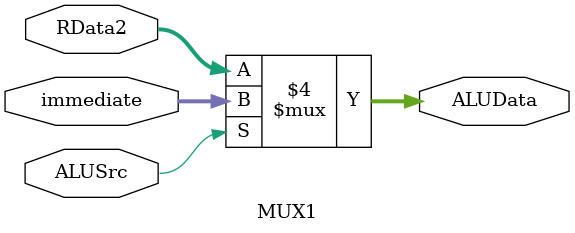
<source format=v>
module MUX1(
    input ALUSrc,
    input [31:0] RData2,
    input [31:0] immediate,
    output reg [31:0] ALUData
);
    always @(*)
      begin
        if(ALUSrc == 1'b0)ALUData = RData2;
        else ALUData = immediate;
      end
endmodule

</source>
